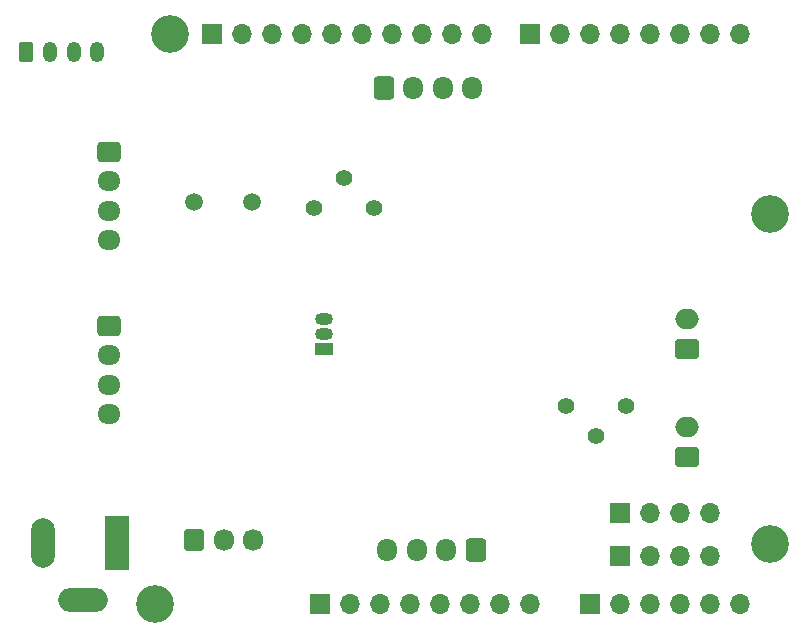
<source format=gbs>
%TF.GenerationSoftware,KiCad,Pcbnew,7.0.5*%
%TF.CreationDate,2024-08-01T11:48:32+09:00*%
%TF.ProjectId,Arduini-Sheild_L6470-rs485-canfd,41726475-696e-4692-9d53-6865696c645f,rev?*%
%TF.SameCoordinates,Original*%
%TF.FileFunction,Soldermask,Bot*%
%TF.FilePolarity,Negative*%
%FSLAX46Y46*%
G04 Gerber Fmt 4.6, Leading zero omitted, Abs format (unit mm)*
G04 Created by KiCad (PCBNEW 7.0.5) date 2024-08-01 11:48:32*
%MOMM*%
%LPD*%
G01*
G04 APERTURE LIST*
G04 Aperture macros list*
%AMRoundRect*
0 Rectangle with rounded corners*
0 $1 Rounding radius*
0 $2 $3 $4 $5 $6 $7 $8 $9 X,Y pos of 4 corners*
0 Add a 4 corners polygon primitive as box body*
4,1,4,$2,$3,$4,$5,$6,$7,$8,$9,$2,$3,0*
0 Add four circle primitives for the rounded corners*
1,1,$1+$1,$2,$3*
1,1,$1+$1,$4,$5*
1,1,$1+$1,$6,$7*
1,1,$1+$1,$8,$9*
0 Add four rect primitives between the rounded corners*
20,1,$1+$1,$2,$3,$4,$5,0*
20,1,$1+$1,$4,$5,$6,$7,0*
20,1,$1+$1,$6,$7,$8,$9,0*
20,1,$1+$1,$8,$9,$2,$3,0*%
G04 Aperture macros list end*
%ADD10R,1.700000X1.700000*%
%ADD11O,1.700000X1.700000*%
%ADD12RoundRect,0.250000X0.600000X0.725000X-0.600000X0.725000X-0.600000X-0.725000X0.600000X-0.725000X0*%
%ADD13O,1.700000X1.950000*%
%ADD14RoundRect,0.250000X-0.725000X0.600000X-0.725000X-0.600000X0.725000X-0.600000X0.725000X0.600000X0*%
%ADD15O,1.950000X1.700000*%
%ADD16RoundRect,0.250000X0.750000X-0.600000X0.750000X0.600000X-0.750000X0.600000X-0.750000X-0.600000X0*%
%ADD17O,2.000000X1.700000*%
%ADD18RoundRect,0.250000X-0.600000X-0.725000X0.600000X-0.725000X0.600000X0.725000X-0.600000X0.725000X0*%
%ADD19R,2.000000X4.600000*%
%ADD20O,2.000000X4.200000*%
%ADD21O,4.200000X2.000000*%
%ADD22C,1.397000*%
%ADD23C,3.200000*%
%ADD24RoundRect,0.250000X-0.350000X-0.625000X0.350000X-0.625000X0.350000X0.625000X-0.350000X0.625000X0*%
%ADD25O,1.200000X1.750000*%
%ADD26C,1.500000*%
%ADD27RoundRect,0.250000X-0.600000X-0.675000X0.600000X-0.675000X0.600000X0.675000X-0.600000X0.675000X0*%
%ADD28O,1.700000X1.850000*%
%ADD29R,1.500000X1.050000*%
%ADD30O,1.500000X1.050000*%
G04 APERTURE END LIST*
D10*
%TO.C,J1*%
X127940000Y-97460000D03*
D11*
X130480000Y-97460000D03*
X133020000Y-97460000D03*
X135560000Y-97460000D03*
X138100000Y-97460000D03*
X140640000Y-97460000D03*
X143180000Y-97460000D03*
X145720000Y-97460000D03*
%TD*%
D10*
%TO.C,J2*%
X150800000Y-97460000D03*
D11*
X153340000Y-97460000D03*
X155880000Y-97460000D03*
X158420000Y-97460000D03*
X160960000Y-97460000D03*
X163500000Y-97460000D03*
%TD*%
D10*
%TO.C,J3*%
X118796000Y-49200000D03*
D11*
X121336000Y-49200000D03*
X123876000Y-49200000D03*
X126416000Y-49200000D03*
X128956000Y-49200000D03*
X131496000Y-49200000D03*
X134036000Y-49200000D03*
X136576000Y-49200000D03*
X139116000Y-49200000D03*
X141656000Y-49200000D03*
%TD*%
D10*
%TO.C,J4*%
X145720000Y-49200000D03*
D11*
X148260000Y-49200000D03*
X150800000Y-49200000D03*
X153340000Y-49200000D03*
X155880000Y-49200000D03*
X158420000Y-49200000D03*
X160960000Y-49200000D03*
X163500000Y-49200000D03*
%TD*%
D12*
%TO.C,J11*%
X141148000Y-92888000D03*
D13*
X138648000Y-92888000D03*
X136148000Y-92888000D03*
X133648000Y-92888000D03*
%TD*%
D14*
%TO.C,J12*%
X110054000Y-59166000D03*
D15*
X110054000Y-61666000D03*
X110054000Y-64166000D03*
X110054000Y-66666000D03*
%TD*%
D16*
%TO.C,J9*%
X159034000Y-84994000D03*
D17*
X159034000Y-82494000D03*
%TD*%
D10*
%TO.C,J17*%
X153340000Y-89762000D03*
D11*
X155880000Y-89762000D03*
X158420000Y-89762000D03*
X160960000Y-89762000D03*
%TD*%
D18*
%TO.C,J7*%
X133334000Y-53755000D03*
D13*
X135834000Y-53755000D03*
X138334000Y-53755000D03*
X140834000Y-53755000D03*
%TD*%
D19*
%TO.C,J6*%
X110772926Y-92332567D03*
D20*
X104472926Y-92332567D03*
D21*
X107872926Y-97132567D03*
%TD*%
D22*
%TO.C,RV2*%
X153848000Y-80696000D03*
X151308000Y-83236000D03*
X148768000Y-80696000D03*
%TD*%
D23*
%TO.C,MH1*%
X115240000Y-49200000D03*
%TD*%
D16*
%TO.C,J10*%
X159034000Y-75850000D03*
D17*
X159034000Y-73350000D03*
%TD*%
D24*
%TO.C,J8*%
X103080000Y-50724000D03*
D25*
X105080000Y-50724000D03*
X107080000Y-50724000D03*
X109080000Y-50724000D03*
%TD*%
D22*
%TO.C,RV1*%
X127432000Y-63932000D03*
X129972000Y-61392000D03*
X132512000Y-63932000D03*
%TD*%
D26*
%TO.C,Y1*%
X122152000Y-63424000D03*
X117272000Y-63424000D03*
%TD*%
D27*
%TO.C,J5*%
X117312000Y-92014000D03*
D28*
X119812000Y-92014000D03*
X122312000Y-92014000D03*
%TD*%
D29*
%TO.C,Q1*%
X128300000Y-75870000D03*
D30*
X128300000Y-74600000D03*
X128300000Y-73330000D03*
%TD*%
D23*
%TO.C,MH2*%
X113970000Y-97460000D03*
%TD*%
D10*
%TO.C,J16*%
X153340000Y-93396000D03*
D11*
X155880000Y-93396000D03*
X158420000Y-93396000D03*
X160960000Y-93396000D03*
%TD*%
D23*
%TO.C,MH3*%
X166040000Y-64440000D03*
%TD*%
D14*
%TO.C,J13*%
X110054000Y-73898000D03*
D15*
X110054000Y-76398000D03*
X110054000Y-78898000D03*
X110054000Y-81398000D03*
%TD*%
D23*
%TO.C,MH4*%
X166040000Y-92380000D03*
%TD*%
M02*

</source>
